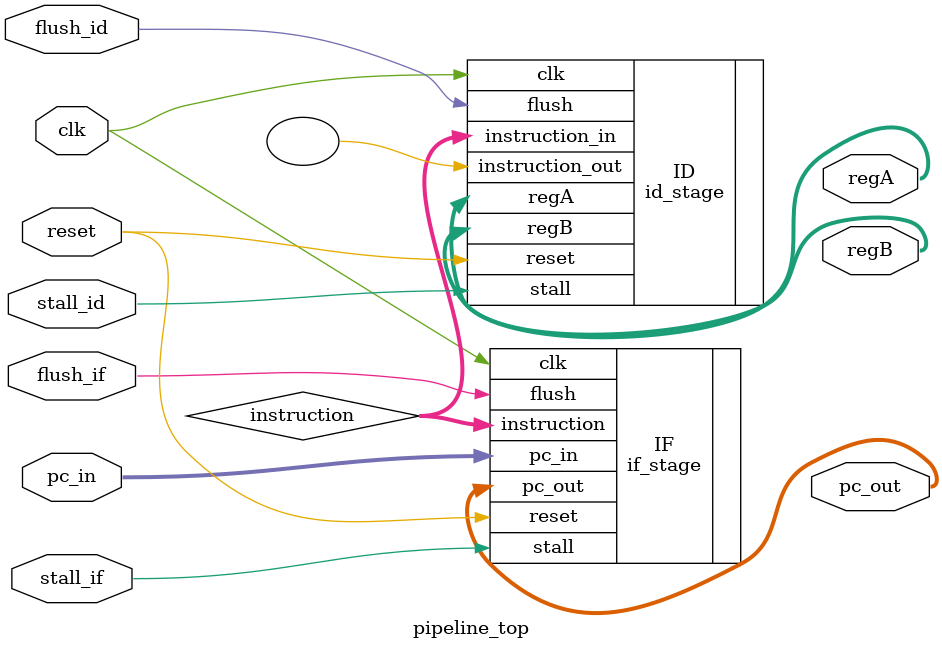
<source format=v>
`include "rtl/ex_if.v"
`include "rtl/ex_id.v"

module pipeline_top(
    input clk,
    input reset,
    input stall_if,
    input stall_id,
    input flush_if,
    input flush_id,
    input [31:0] pc_in,
    output [31:0] pc_out,
    output [31:0] regA,
    output [31:0] regB
);
    wire [31:0] instruction;

    // Instantiate IF stage
    if_stage IF (
        .clk(clk),
        .reset(reset),
        .stall(stall_if),
        .flush(flush_if),
        .pc_in(pc_in),
        .pc_out(pc_out),
        .instruction(instruction)
    );

    // Instantiate ID stage
    id_stage ID (
        .clk(clk),
        .reset(reset),
        .stall(stall_id),
        .flush(flush_id),
        .instruction_in(instruction),
        .instruction_out(),
        .regA(regA),
        .regB(regB)
    );

endmodule


</source>
